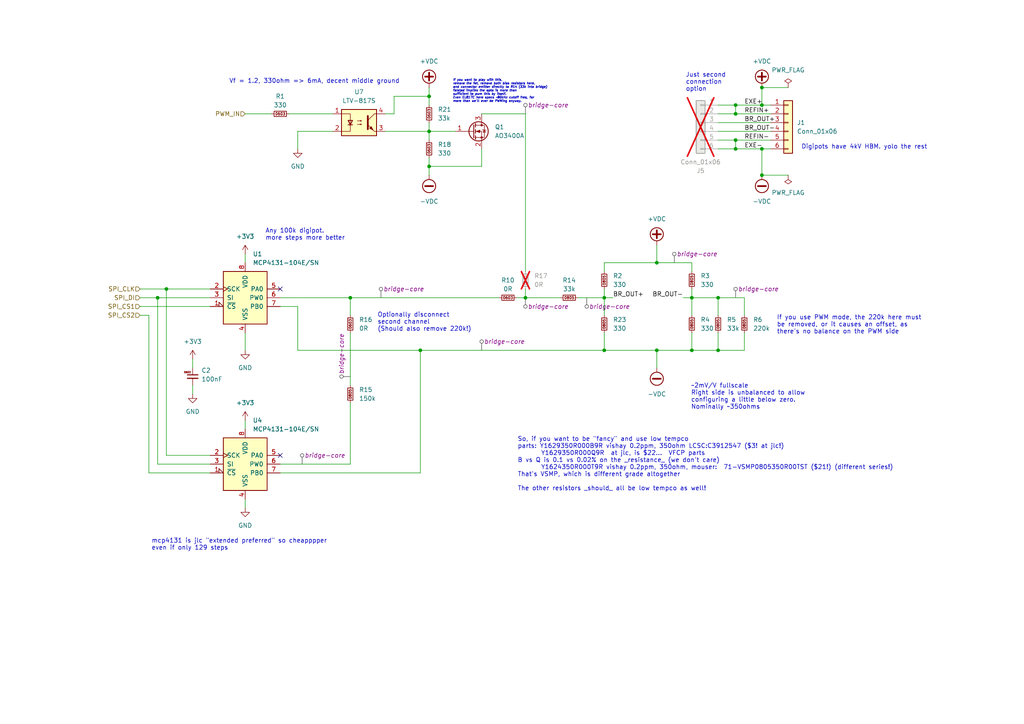
<source format=kicad_sch>
(kicad_sch (version 20231120) (generator "eeschema") (generator_version "8.0")
  (paper "A4")
  (title_block (title "LoadCell Faker") (date "2024-09-30") (rev "1") (comment 1 "Bridge Emulation"))
  (lib_symbols
    (symbol "Connector_Generic:Conn_01x06" (pin_names (offset 1.016) hide)
      (property "Reference" "J" (at 0 7.62 0))
      (property "Value" "Conn_01x06" (at 0 -10.16 0))
      (symbol "Conn_01x06_1_1"
        (rectangle (start -1.27 -7.493) (end 0 -7.747) (stroke (width 0.1524)))
        (rectangle (start -1.27 -4.953) (end 0 -5.207) (stroke (width 0.1524)))
        (rectangle (start -1.27 -2.413) (end 0 -2.667) (stroke (width 0.1524)))
        (rectangle (start -1.27 0.127) (end 0 -0.127) (stroke (width 0.1524)))
        (rectangle (start -1.27 2.667) (end 0 2.413) (stroke (width 0.1524)))
        (rectangle (start -1.27 5.207) (end 0 4.953) (stroke (width 0.1524)))
        (rectangle (start -1.27 6.35) (end 1.27 -8.89) (stroke (width 0.254)) (fill (type background)))
        (pin passive line (at -5.08 5.08 0) (length 3.81) (name "Pin_1") (number "1"))
        (pin passive line (at -5.08 2.54 0) (length 3.81) (name "Pin_2") (number "2"))
        (pin passive line (at -5.08 0 0) (length 3.81) (name "Pin_3") (number "3"))
        (pin passive line (at -5.08 -2.54 0) (length 3.81) (name "Pin_4") (number "4"))
        (pin passive line (at -5.08 -5.08 0) (length 3.81) (name "Pin_5") (number "5"))
        (pin passive line (at -5.08 -7.62 0) (length 3.81) (name "Pin_6") (number "6"))
      )
    )
    (symbol "Isolator:LTV-817S" (pin_names (offset 1.016))
      (property "Reference" "U" (at -3.81 5.08 0))
      (property "Value" "LTV-817S" (at 0 -5.08 0))
      (symbol "LTV-817S_1_1"
        (rectangle (start -5.08 3.81) (end 5.08 -3.81) (stroke (width 0.254)) (fill (type background)))
        (polyline (pts (xy -3.175 -0.635) (xy -1.905 -0.635)) (stroke (width 0.254)))
        (polyline (pts (xy 2.54 0.635) (xy 4.445 2.54)))
        (polyline (pts (xy 4.445 -2.54) (xy 2.54 -0.635)) (fill (type outline)))
        (polyline (pts (xy 4.445 -2.54) (xy 5.08 -2.54)))
        (polyline (pts (xy 4.445 2.54) (xy 5.08 2.54)))
        (polyline (pts (xy -5.08 2.54) (xy -2.54 2.54) (xy -2.54 -0.762)))
        (polyline (pts (xy -2.54 -0.635) (xy -2.54 -2.54) (xy -5.08 -2.54)))
        (polyline (pts (xy 2.54 1.905) (xy 2.54 -1.905) (xy 2.54 -1.905)) (stroke (width 0.508)))
        (polyline (pts (xy -2.54 -0.635) (xy -3.175 0.635) (xy -1.905 0.635) (xy -2.54 -0.635)) (stroke (width 0.254)))
        (polyline (pts (xy -0.508 -0.508) (xy 0.762 -0.508) (xy 0.381 -0.635) (xy 0.381 -0.381) (xy 0.762 -0.508)))
        (polyline (pts (xy -0.508 0.508) (xy 0.762 0.508) (xy 0.381 0.381) (xy 0.381 0.635) (xy 0.762 0.508)))
        (polyline (pts (xy 3.048 -1.651) (xy 3.556 -1.143) (xy 4.064 -2.159) (xy 3.048 -1.651) (xy 3.048 -1.651)) (fill (type outline)))
        (pin passive line (at -7.62 2.54 0) (length 2.54) (name "~") (number "1"))
        (pin passive line (at -7.62 -2.54 0) (length 2.54) (name "~") (number "2"))
        (pin passive line (at 7.62 -2.54 180) (length 2.54) (name "~") (number "3"))
        (pin passive line (at 7.62 2.54 180) (length 2.54) (name "~") (number "4"))
      )
    )
    (symbol "Potentiometer_Digital:MCP41100" (pin_names (offset 1.016))
      (property "Reference" "U" (at -6.35 8.89 0))
      (property "Value" "MCP41100" (at 1.27 8.89 0))
      (symbol "MCP41100_0_1"
        (rectangle (start -6.35 7.62) (end 6.35 -7.62) (stroke (width 0.254)) (fill (type background)))
      )
      (symbol "MCP41100_1_1"
        (pin input input_low (at -10.16 -2.54 0) (length 3.81) (name "~{CS}") (number "1"))
        (pin passive clock (at -10.16 2.54 0) (length 3.81) (name "SCK") (number "2"))
        (pin input line (at -10.16 0 0) (length 3.81) (name "SI") (number "3"))
        (pin power_in line (at 0 -10.16 90) (length 2.54) (name "VSS") (number "4"))
        (pin passive line (at 10.16 2.54 180) (length 3.81) (name "PA0") (number "5"))
        (pin passive line (at 10.16 0 180) (length 3.81) (name "PW0") (number "6"))
        (pin passive line (at 10.16 -2.54 180) (length 3.81) (name "PB0") (number "7"))
        (pin power_in line (at 0 10.16 270) (length 2.54) (name "VDD") (number "8"))
      )
    )
    (symbol "Transistor_FET:AO3400A" (pin_names hide)
      (property "Reference" "Q" (at 5.08 1.905 0))
      (property "Value" "AO3400A" (at 5.08 0 0))
      (symbol "AO3400A_0_1"
        (polyline (pts (xy 0.254 0) (xy -2.54 0)))
        (polyline (pts (xy 0.254 1.905) (xy 0.254 -1.905)) (stroke (width 0.254)))
        (polyline (pts (xy 0.762 -1.27) (xy 0.762 -2.286)) (stroke (width 0.254)))
        (polyline (pts (xy 0.762 0.508) (xy 0.762 -0.508)) (stroke (width 0.254)))
        (polyline (pts (xy 0.762 2.286) (xy 0.762 1.27)) (stroke (width 0.254)))
        (polyline (pts (xy 2.54 2.54) (xy 2.54 1.778)))
        (polyline (pts (xy 2.54 -2.54) (xy 2.54 0) (xy 0.762 0)))
        (polyline (pts (xy 0.762 -1.778) (xy 3.302 -1.778) (xy 3.302 1.778) (xy 0.762 1.778)))
        (polyline (pts (xy 1.016 0) (xy 2.032 0.381) (xy 2.032 -0.381) (xy 1.016 0)) (fill (type outline)))
        (polyline (pts (xy 2.794 0.508) (xy 2.921 0.381) (xy 3.683 0.381) (xy 3.81 0.254)))
        (polyline (pts (xy 3.302 0.381) (xy 2.921 -0.254) (xy 3.683 -0.254) (xy 3.302 0.381)))
        (circle (center 1.651 0) (radius 2.794) (stroke (width 0.254)))
        (circle (center 2.54 -1.778) (radius 0.254) (fill (type outline)))
        (circle (center 2.54 1.778) (radius 0.254) (fill (type outline)))
      )
      (symbol "AO3400A_1_1"
        (pin input line (at -5.08 0 0) (length 2.54) (name "G") (number "1"))
        (pin passive line (at 2.54 -5.08 90) (length 2.54) (name "S") (number "2"))
        (pin passive line (at 2.54 5.08 270) (length 2.54) (name "D") (number "3"))
      )
    )
    (symbol "karl-atomic-basic:KC0603_100nF" (pin_numbers hide) (pin_names (offset 0.254) hide)
      (property "Reference" "C" (at 0.254 1.778 0))
      (property "Value" "100nF" (at 0.254 -2.032 0))
      (symbol "KC0603_100nF_0_1"
        (polyline (pts (xy -1.524 -0.508) (xy 1.524 -0.508)) (stroke (width 0.3302)))
        (polyline (pts (xy -1.524 0.508) (xy 1.524 0.508)) (stroke (width 0.3048)))
      )
      (symbol "KC0603_100nF_1_1"
        (text "0603" (at -1.524 1.27 0) (effects (font (size 0.508 0.508))))
        (pin passive line (at 0 2.54 270) (length 2.032) (name "~") (number "1"))
        (pin passive line (at 0 -2.54 90) (length 2.032) (name "~") (number "2"))
      )
    )
    (symbol "karl-atomic-basic:KR0603_0R" (pin_numbers hide) (pin_names (offset 0.254) hide)
      (property "Reference" "R" (at 0.762 0.508 0))
      (property "Value" "0R" (at 0.762 -1.016 0))
      (symbol "KR0603_0R_0_1"
        (rectangle (start -0.762 1.778) (end 0.762 -1.778) (stroke (width 0.2032)))
      )
      (symbol "KR0603_0R_1_1"
        (text "0603" (at 0 0 900) (effects (font (size 0.762 0.762))))
        (pin passive line (at 0 2.54 270) (length 0.762) (name "~") (number "1"))
        (pin passive line (at 0 -2.54 90) (length 0.762) (name "~") (number "2"))
      )
    )
    (symbol "karl-atomic-basic:KR0603_330R" (pin_numbers hide) (pin_names (offset 0.254) hide)
      (property "Reference" "R" (at 0.762 0.508 0))
      (property "Value" "330" (at 0.762 -1.016 0))
      (symbol "KR0603_330R_0_1"
        (rectangle (start -0.762 1.778) (end 0.762 -1.778) (stroke (width 0.2032)))
      )
      (symbol "KR0603_330R_1_1"
        (text "0603" (at 0 0 900) (effects (font (size 0.762 0.762))))
        (pin passive line (at 0 2.54 270) (length 0.762) (name "~") (number "1"))
        (pin passive line (at 0 -2.54 90) (length 0.762) (name "~") (number "2"))
      )
    )
    (symbol "karl-atomic-basic:KR0603_33k" (pin_numbers hide) (pin_names (offset 0.254) hide)
      (property "Reference" "R" (at 0.762 0.508 0))
      (property "Value" "33k" (at 0.762 -1.016 0))
      (symbol "KR0603_33k_0_1"
        (rectangle (start -0.762 1.778) (end 0.762 -1.778) (stroke (width 0.2032)))
      )
      (symbol "KR0603_33k_1_1"
        (text "0603" (at 0 0 900) (effects (font (size 0.762 0.762))))
        (pin passive line (at 0 2.54 270) (length 0.762) (name "~") (number "1"))
        (pin passive line (at 0 -2.54 90) (length 0.762) (name "~") (number "2"))
      )
    )
    (symbol "karl-atomic-basic:KR0805_150k" (pin_numbers hide) (pin_names (offset 0.254) hide)
      (property "Reference" "R" (at 0.762 0.508 0))
      (property "Value" "150k" (at 0.762 -1.016 0))
      (symbol "KR0805_150k_0_1"
        (rectangle (start -0.762 1.778) (end 0.762 -1.778) (stroke (width 0.2032)))
      )
      (symbol "KR0805_150k_1_1"
        (text "0805" (at 0 0 900) (effects (font (size 0.762 0.762))))
        (pin passive line (at 0 2.54 270) (length 0.762) (name "~") (number "1"))
        (pin passive line (at 0 -2.54 90) (length 0.762) (name "~") (number "2"))
      )
    )
    (symbol "karl-atomic-basic:KR0805_220k" (pin_numbers hide) (pin_names (offset 0.254) hide)
      (property "Reference" "R" (at 0.762 0.508 0))
      (property "Value" "220k" (at 0.762 -1.016 0))
      (symbol "KR0805_220k_0_1"
        (rectangle (start -0.762 1.778) (end 0.762 -1.778) (stroke (width 0.2032)))
      )
      (symbol "KR0805_220k_1_1"
        (text "0805" (at 0 0 900) (effects (font (size 0.762 0.762))))
        (pin passive line (at 0 2.54 270) (length 0.762) (name "~") (number "1"))
        (pin passive line (at 0 -2.54 90) (length 0.762) (name "~") (number "2"))
      )
    )
    (symbol "karl-atomic-basic:KR0805_330R" (pin_numbers hide) (pin_names (offset 0.254) hide)
      (property "Reference" "R" (at 0.762 0.508 0))
      (property "Value" "330" (at 0.762 -1.016 0))
      (symbol "KR0805_330R_0_1"
        (rectangle (start -0.762 1.778) (end 0.762 -1.778) (stroke (width 0.2032)))
      )
      (symbol "KR0805_330R_1_1"
        (text "0805" (at 0 0 900) (effects (font (size 0.762 0.762))))
        (pin passive line (at 0 2.54 270) (length 0.762) (name "~") (number "1"))
        (pin passive line (at 0 -2.54 90) (length 0.762) (name "~") (number "2"))
      )
    )
    (symbol "karl-atomic-basic:KR0805_33k" (pin_numbers hide) (pin_names (offset 0.254) hide)
      (property "Reference" "R" (at 0.762 0.508 0))
      (property "Value" "33k" (at 0.762 -1.016 0))
      (symbol "KR0805_33k_0_1"
        (rectangle (start -0.762 1.778) (end 0.762 -1.778) (stroke (width 0.2032)))
      )
      (symbol "KR0805_33k_1_1"
        (text "0805" (at 0 0 900) (effects (font (size 0.762 0.762))))
        (pin passive line (at 0 2.54 270) (length 0.762) (name "~") (number "1"))
        (pin passive line (at 0 -2.54 90) (length 0.762) (name "~") (number "2"))
      )
    )
    (symbol "power:+3V3" (power) (pin_numbers hide) (pin_names (offset 0) hide)
      (property "Value" "+3V3" (at 0 3.556 0))
      (symbol "+3V3_0_1"
        (polyline (pts (xy -0.762 1.27) (xy 0 2.54)))
        (polyline (pts (xy 0 0) (xy 0 2.54)))
        (polyline (pts (xy 0 2.54) (xy 0.762 1.27)))
      )
      (symbol "+3V3_1_1"
        (pin power_in line (at 0 0 90) (length 0) (name "~") (number "1"))
      )
    )
    (symbol "power:+VDC" (power) (pin_numbers hide) (pin_names (offset 0) hide)
      (property "Value" "+VDC" (at 0 6.35 0))
      (symbol "+VDC_0_1"
        (polyline (pts (xy -1.143 3.175) (xy 1.143 3.175)) (stroke (width 0.508)))
        (polyline (pts (xy 0 0) (xy 0 1.27)))
        (polyline (pts (xy 0 2.032) (xy 0 4.318)) (stroke (width 0.508)))
        (circle (center 0 3.175) (radius 1.905) (stroke (width 0.254)))
      )
      (symbol "+VDC_1_1"
        (pin power_in line (at 0 0 90) (length 0) (name "~") (number "1"))
      )
    )
    (symbol "power:-VDC" (power) (pin_numbers hide) (pin_names (offset 0) hide)
      (property "Value" "-VDC" (at 0 6.35 0))
      (symbol "-VDC_0_1"
        (polyline (pts (xy -1.143 3.175) (xy 1.143 3.175)) (stroke (width 0.508)))
        (polyline (pts (xy 0 0) (xy 0 1.27)))
        (circle (center 0 3.175) (radius 1.905) (stroke (width 0.254)))
      )
      (symbol "-VDC_1_1"
        (pin power_in line (at 0 0 90) (length 0) (name "~") (number "1"))
      )
    )
    (symbol "power:GND" (power) (pin_numbers hide) (pin_names (offset 0) hide)
      (property "Value" "GND" (at 0 -3.81 0))
      (symbol "GND_0_1"
        (polyline (pts (xy 0 0) (xy 0 -1.27) (xy 1.27 -1.27) (xy 0 -2.54) (xy -1.27 -1.27) (xy 0 -1.27)))
      )
      (symbol "GND_1_1"
        (pin power_in line (at 0 0 270) (length 0) (name "~") (number "1"))
      )
    )
    (symbol "power:PWR_FLAG" (power) (pin_numbers hide) (pin_names (offset 0) hide)
      (property "Value" "PWR_FLAG" (at 0 3.81 0))
      (symbol "PWR_FLAG_0_0"
        (pin power_out line (at 0 0 90) (length 0) (name "~") (number "1"))
      )
      (symbol "PWR_FLAG_0_1"
        (polyline (pts (xy 0 0) (xy 0 1.27) (xy -1.016 1.905) (xy 0 2.54) (xy 1.016 1.905) (xy 0 1.27)))
      )
    )
  )
  (junction (at 190.5 76.2))
  (junction (at 208.28 101.6))
  (junction (at 220.98 25.4))
  (junction (at 48.26 83.82))
  (junction (at 200.66 101.6))
  (junction (at 45.72 86.36))
  (junction (at 220.98 50.8))
  (junction (at 200.66 86.36))
  (junction (at 208.28 86.36))
  (junction (at 175.26 101.6))
  (junction (at 124.46 27.94))
  (junction (at 213.36 30.48))
  (junction (at 124.46 48.26))
  (junction (at 152.4 86.36))
  (junction (at 213.36 43.18))
  (junction (at 220.98 43.18))
  (junction (at 175.26 86.36))
  (junction (at 213.36 33.02))
  (junction (at 124.46 38.1))
  (junction (at 220.98 30.48))
  (junction (at 121.92 101.6))
  (junction (at 101.6 86.36))
  (junction (at 190.5 101.6))
  (junction (at 213.36 40.64))
  (no_connect (at 81.28 83.82))
  (no_connect (at 81.28 132.08))
  (wire (pts (xy 208.28 38.1) (xy 223.52 38.1)))
  (wire (pts (xy 208.28 30.48) (xy 213.36 30.48)))
  (wire (pts (xy 55.88 114.3) (xy 55.88 111.76)))
  (wire (pts (xy 60.96 137.16) (xy 43.18 137.16)))
  (wire (pts (xy 139.7 48.26) (xy 124.46 48.26)))
  (wire (pts (xy 81.28 137.16) (xy 121.92 137.16)))
  (wire (pts (xy 177.8 86.36) (xy 175.26 86.36)))
  (wire (pts (xy 124.46 30.48) (xy 124.46 27.94)))
  (wire (pts (xy 48.26 132.08) (xy 48.26 83.82)))
  (wire (pts (xy 48.26 83.82) (xy 60.96 83.82)))
  (wire (pts (xy 71.12 144.78) (xy 71.12 147.32)))
  (wire (pts (xy 200.66 76.2) (xy 190.5 76.2)))
  (wire (pts (xy 86.36 88.9) (xy 86.36 101.6)))
  (wire (pts (xy 40.64 83.82) (xy 48.26 83.82)))
  (wire (pts (xy 71.12 76.2) (xy 71.12 73.66)))
  (wire (pts (xy 149.86 86.36) (xy 152.4 86.36)))
  (wire (pts (xy 124.46 45.72) (xy 124.46 48.26)))
  (wire (pts (xy 101.6 86.36) (xy 144.78 86.36)))
  (wire (pts (xy 220.98 25.4) (xy 228.6 25.4)))
  (wire (pts (xy 213.36 43.18) (xy 220.98 43.18)))
  (wire (pts (xy 175.26 86.36) (xy 175.26 91.44)))
  (wire (pts (xy 200.66 86.36) (xy 208.28 86.36)))
  (wire (pts (xy 190.5 71.12) (xy 190.5 76.2)))
  (wire (pts (xy 190.5 101.6) (xy 200.66 101.6)))
  (wire (pts (xy 45.72 134.62) (xy 45.72 86.36)))
  (wire (pts (xy 208.28 91.44) (xy 208.28 86.36)))
  (wire (pts (xy 139.7 43.18) (xy 139.7 48.26)))
  (wire (pts (xy 71.12 121.92) (xy 71.12 124.46)))
  (wire (pts (xy 86.36 38.1) (xy 86.36 43.18)))
  (wire (pts (xy 121.92 137.16) (xy 121.92 101.6)))
  (wire (pts (xy 55.88 104.14) (xy 55.88 106.68)))
  (wire (pts (xy 45.72 86.36) (xy 60.96 86.36)))
  (wire (pts (xy 114.3 33.02) (xy 114.3 27.94)))
  (wire (pts (xy 60.96 132.08) (xy 48.26 132.08)))
  (wire (pts (xy 208.28 40.64) (xy 213.36 40.64)))
  (wire (pts (xy 208.28 35.56) (xy 223.52 35.56)))
  (wire (pts (xy 220.98 25.4) (xy 220.98 30.48)))
  (wire (pts (xy 124.46 48.26) (xy 124.46 50.8)))
  (wire (pts (xy 213.36 40.64) (xy 223.52 40.64)))
  (wire (pts (xy 213.36 40.64) (xy 213.36 43.18)))
  (wire (pts (xy 190.5 101.6) (xy 190.5 106.68)))
  (wire (pts (xy 220.98 50.8) (xy 228.6 50.8)))
  (wire (pts (xy 124.46 38.1) (xy 124.46 40.64)))
  (wire (pts (xy 208.28 33.02) (xy 213.36 33.02)))
  (wire (pts (xy 81.28 86.36) (xy 101.6 86.36)))
  (wire (pts (xy 213.36 30.48) (xy 220.98 30.48)))
  (wire (pts (xy 86.36 101.6) (xy 121.92 101.6)))
  (wire (pts (xy 83.82 33.02) (xy 96.52 33.02)))
  (wire (pts (xy 71.12 96.52) (xy 71.12 101.6)))
  (wire (pts (xy 40.64 86.36) (xy 45.72 86.36)))
  (wire (pts (xy 81.28 88.9) (xy 86.36 88.9)))
  (wire (pts (xy 208.28 101.6) (xy 200.66 101.6)))
  (wire (pts (xy 220.98 43.18) (xy 220.98 50.8)))
  (wire (pts (xy 215.9 91.44) (xy 215.9 86.36)))
  (wire (pts (xy 124.46 38.1) (xy 132.08 38.1)))
  (wire (pts (xy 124.46 27.94) (xy 124.46 25.4)))
  (wire (pts (xy 198.12 86.36) (xy 200.66 86.36)))
  (wire (pts (xy 167.64 86.36) (xy 175.26 86.36)))
  (wire (pts (xy 175.26 101.6) (xy 190.5 101.6)))
  (wire (pts (xy 114.3 27.94) (xy 124.46 27.94)))
  (wire (pts (xy 200.66 86.36) (xy 200.66 91.44)))
  (wire (pts (xy 175.26 86.36) (xy 175.26 83.82)))
  (wire (pts (xy 208.28 86.36) (xy 215.9 86.36)))
  (wire (pts (xy 208.28 43.18) (xy 213.36 43.18)))
  (wire (pts (xy 175.26 78.74) (xy 175.26 76.2)))
  (wire (pts (xy 213.36 33.02) (xy 223.52 33.02)))
  (wire (pts (xy 208.28 96.52) (xy 208.28 101.6)))
  (wire (pts (xy 175.26 76.2) (xy 190.5 76.2)))
  (wire (pts (xy 40.64 88.9) (xy 60.96 88.9)))
  (wire (pts (xy 81.28 134.62) (xy 101.6 134.62)))
  (wire (pts (xy 220.98 43.18) (xy 223.52 43.18)))
  (wire (pts (xy 111.76 33.02) (xy 114.3 33.02)))
  (wire (pts (xy 200.66 83.82) (xy 200.66 86.36)))
  (wire (pts (xy 101.6 86.36) (xy 101.6 91.44)))
  (wire (pts (xy 220.98 30.48) (xy 223.52 30.48)))
  (wire (pts (xy 200.66 101.6) (xy 200.66 96.52)))
  (wire (pts (xy 111.76 38.1) (xy 124.46 38.1)))
  (wire (pts (xy 40.64 91.44) (xy 43.18 91.44)))
  (wire (pts (xy 213.36 30.48) (xy 213.36 33.02)))
  (wire (pts (xy 101.6 116.84) (xy 101.6 134.62)))
  (wire (pts (xy 96.52 38.1) (xy 86.36 38.1)))
  (wire (pts (xy 215.9 101.6) (xy 208.28 101.6)))
  (wire (pts (xy 152.4 86.36) (xy 162.56 86.36)))
  (wire (pts (xy 152.4 33.02) (xy 152.4 78.74)))
  (wire (pts (xy 124.46 35.56) (xy 124.46 38.1)))
  (wire (pts (xy 71.12 33.02) (xy 78.74 33.02)))
  (wire (pts (xy 152.4 83.82) (xy 152.4 86.36)))
  (wire (pts (xy 60.96 134.62) (xy 45.72 134.62)))
  (wire (pts (xy 101.6 96.52) (xy 101.6 111.76)))
  (wire (pts (xy 175.26 96.52) (xy 175.26 101.6)))
  (wire (pts (xy 200.66 78.74) (xy 200.66 76.2)))
  (wire (pts (xy 215.9 96.52) (xy 215.9 101.6)))
  (wire (pts (xy 139.7 33.02) (xy 152.4 33.02)))
  (wire (pts (xy 121.92 101.6) (xy 175.26 101.6)))
  (wire (pts (xy 43.18 137.16) (xy 43.18 91.44)))
  (text "If you use PWM mode, the 220k here must\nbe removed, or it causes an offset, as\nthere's no balance on the PWM side" (at 225.298 94.234 0) (effects (font (size 1.27 1.27)) (justify left)))
  (text "Just second\nconnection\noption" (at 198.882 23.876 0) (effects (font (size 1.27 1.27)) (justify left)))
  (text "Digipots have 4kV HBM. yolo the rest" (at 250.698 42.672 0) (effects (font (size 1.27 1.27))))
  (text "Optionally disconnect\nsecond channel\n(Should also remove 220k!)" (at 109.474 93.472 0) (effects (font (size 1.27 1.27)) (justify left)))
  (text "So, if you want to be \"fancy\" and use low tempco\nparts: Y1629350R000B9R vishay 0.2ppm, 350ohm LCSC:C3912547 ($3! at jlc!)\n       Y1629350R000Q9R  at jlc, is $22...  VFCP parts\nB vs Q is 0.1 vs 0.02% on the _resistance_ (we don't care)\n       Y1624350R000T9R vishay 0.2ppm, 350ohm, mouser:  71-VSMP0805350R00TST ($21!) (different series!)	\nThat's VSMP, which is different grade altogether		\n\nThe other resistors _should_ all be low tempco as well!" (at 150.114 134.62 0) (effects (font (size 1.27 1.27)) (justify left)))
  (text "~2mV/V fullscale\nRight side is unbalanced to allow\nconfiguring a little below zero.\nNominally ~350ohms" (at 200.406 115.062 0) (effects (font (size 1.27 1.27)) (justify left)))
  (text "mcp4131 is jlc \"extended preferred\" so cheapppper\neven if only 129 steps" (at 43.942 157.988 0) (effects (font (size 1.27 1.27)) (justify left)))
  (text "Vf = 1.2, 330ohm => 6mA, decent middle ground" (at 91.186 23.622 0) (effects (font (size 1.27 1.27))))
  (text "If you want to play with this,\nremove the fet, remove both bias resistors here,\nand connector emitter directly to R14 (33k into bridge)\nfalstad implies the opto is more than\nsufficient to pwm this by itself.\nEven EL817C here specs ~80kHz cutoff freq, far\nmore than we'll ever be PWMing anyway." (at 131.318 26.416 0) (effects (font (size 0.635 0.635) (italic yes)) (justify left)))
  (text "Any 100k digipot.\nmore steps more better" (at 76.962 68.072 0) (effects (font (size 1.27 1.27)) (justify left)))
  (label "BR_OUT+" (at 215.9 35.56 0))
  (label "REFIN-" (at 215.9 40.64 0))
  (label "REFIN+" (at 215.9 33.02 0))
  (label "BR_OUT+" (at 177.8 86.36 0))
  (label "BR_OUT-" (at 215.9 38.1 0))
  (label "EXE+" (at 215.9 30.48 0))
  (label "BR_OUT-" (at 198.12 86.36 180))
  (label "EXE-" (at 215.9 43.18 0))
  (hierarchical_label "SPI_CS2" (shape input) (at 40.64 91.44 180))
  (hierarchical_label "PWM_IN" (shape input) (at 71.12 33.02 180))
  (hierarchical_label "SPI_DI" (shape input) (at 40.64 86.36 180))
  (hierarchical_label "SPI_CLK" (shape input) (at 40.64 83.82 180))
  (hierarchical_label "SPI_CS1" (shape input) (at 40.64 88.9 180))
  (netclass_flag "" (length 2.54) (shape round) (at 152.4 86.36 180) (property "Netclass" "bridge-core" (at 153.0985 88.9 0) (effects (font (italic yes)) (justify left))))
  (netclass_flag "" (length 2.54) (shape round) (at 110.49 86.36 0) (property "Netclass" "bridge-core" (at 111.1885 83.82 0) (effects (font (italic yes)) (justify left))))
  (netclass_flag "" (length 2.54) (shape round) (at 213.36 86.36 0) (property "Netclass" "bridge-core" (at 214.0585 83.82 0) (effects (font (italic yes)) (justify left))))
  (netclass_flag "" (length 2.54) (shape round) (at 87.63 134.62 0) (property "Netclass" "bridge-core" (at 88.3285 132.08 0) (effects (font (italic yes)) (justify left))))
  (netclass_flag "" (length 2.54) (shape round) (at 101.6 109.22 90) (property "Netclass" "bridge-core" (at 99.06 108.5215 90) (effects (font (italic yes)) (justify left))))
  (netclass_flag "" (length 2.54) (shape round) (at 170.18 86.36 180) (property "Netclass" "bridge-core" (at 170.8785 88.9 0) (effects (font (italic yes)) (justify left))))
  (netclass_flag "" (length 2.54) (shape round) (at 195.58 76.2 0) (property "Netclass" "bridge-core" (at 196.2785 73.66 0) (effects (font (italic yes)) (justify left))))
  (netclass_flag "" (length 2.54) (shape round) (at 139.7 101.6 0) (property "Netclass" "bridge-core" (at 140.3985 99.06 0) (effects (font (italic yes)) (justify left))))
  (netclass_flag "" (length 2.54) (shape round) (at 152.4 33.02 0) (property "Netclass" "bridge-core" (at 153.0985 30.48 0) (effects (font (italic yes)) (justify left))))
  (symbol (lib_id "power:+VDC") (at 220.98 25.4 0) (unit 1)
    (property "Reference" "#PWR05" (effects (hide yes)))
    (property "Value" "+VDC" (at 220.98 17.78 0))
    (property "Description" "Power symbol creates a global label with name \"+VDC\"" (effects (hide yes)))
  )
  (symbol (lib_id "Isolator:LTV-817S") (at 104.14 35.56 0) (unit 1)
    (property "Reference" "U7" (at 104.14 26.67 0))
    (property "Value" "LTV-817S" (at 104.14 29.21 0))
    (property "Footprint" "Package_DIP:SMDIP-4_W9.53mm" (effects (hide yes)))
    (property "Datasheet" "http://www.us.liteon.com/downloads/LTV-817-827-847.PDF" (effects (hide yes)))
    (property "Description" "DC Optocoupler, Vce 35V, CTR 50%, SMDIP-4" (effects (hide yes)))
    (property "MPN" "EL817S1(C)(TU)-F" (effects (hide yes)))
    (property "jlcbasic" "basic" (effects (hide yes)))
    (property "LCSC Part #" "C106900 " (effects (hide yes)))
  )
  (symbol (lib_id "karl-atomic-basic:KR0805_330R") (at 175.26 93.98 0) (unit 1)
    (property "Reference" "R23" (at 177.8 92.7099 0) (effects (justify left)))
    (property "Value" "330" (at 177.8 95.2499 0) (effects (justify left)))
    (property "Footprint" "Resistor_SMD:R_0805_2012Metric" (effects (hide yes)))
    (property "Description" "Resistor, 0805" (effects (hide yes)))
    (property "MPN" "0805W8F3300T5E" (effects (hide yes)))
    (property "LCSC Part #" "C17630" (effects (hide yes)))
  )
  (symbol (lib_id "power:GND") (at 86.36 43.18 0) (unit 1)
    (property "Reference" "#PWR048" (effects (hide yes)))
    (property "Value" "GND" (at 86.36 48.26 0))
    (property "Description" "Power symbol creates a global label with name \"GND\" , ground" (effects (hide yes)))
  )
  (symbol (lib_id "power:+3V3") (at 55.88 104.14 0) (unit 1)
    (property "Reference" "#PWR035" (effects (hide yes)))
    (property "Value" "+3V3" (at 55.88 99.06 0))
    (property "Description" "Power symbol creates a global label with name \"+3V3\"" (effects (hide yes)))
  )
  (symbol (lib_id "karl-atomic-basic:KR0805_33k") (at 208.28 93.98 0) (unit 1)
    (property "Reference" "R5" (at 210.82 92.7099 0) (effects (justify left)))
    (property "Value" "33k" (at 210.82 95.2499 0) (effects (justify left)))
    (property "Footprint" "Resistor_SMD:R_0805_2012Metric" (effects (hide yes)))
    (property "Description" "Resistor, 0805" (effects (hide yes)))
    (property "MPN" "0805W8F3302T5E" (effects (hide yes)))
    (property "LCSC Part #" "C17633" (effects (hide yes)))
  )
  (symbol (lib_id "power:-VDC") (at 124.46 50.8 180) (unit 1)
    (property "Reference" "#PWR047" (effects (hide yes)))
    (property "Value" "-VDC" (at 124.46 58.42 0))
    (property "Description" "Power symbol creates a global label with name \"-VDC\"" (effects (hide yes)))
  )
  (symbol (lib_id "karl-atomic-basic:KR0603_33k") (at 124.46 33.02 0) (unit 1)
    (property "Reference" "R21" (at 127 31.7499 0) (effects (justify left)))
    (property "Value" "33k" (at 127 34.2899 0) (effects (justify left)))
    (property "Footprint" "Resistor_SMD:R_0603_1608Metric" (effects (hide yes)))
    (property "Description" "Resistor, 0603" (effects (hide yes)))
    (property "MPN" "0603WAF3302T5E" (effects (hide yes)))
    (property "LCSC Part #" "C4216" (effects (hide yes)))
  )
  (symbol (lib_id "karl-atomic-basic:KR0805_33k") (at 165.1 86.36 90) (unit 1)
    (property "Reference" "R14" (at 165.1 81.28 90))
    (property "Value" "33k" (at 165.1 83.82 90))
    (property "Footprint" "Resistor_SMD:R_0805_2012Metric" (effects (hide yes)))
    (property "Description" "Resistor, 0805" (effects (hide yes)))
    (property "MPN" "0805W8F3302T5E" (effects (hide yes)))
    (property "LCSC Part #" "C17633" (effects (hide yes)))
  )
  (symbol (lib_id "Transistor_FET:AO3400A") (at 137.16 38.1 0) (unit 1)
    (property "Reference" "Q1" (at 143.51 36.8299 0) (effects (justify left)))
    (property "Value" "AO3400A" (at 143.51 39.3699 0) (effects (justify left)))
    (property "Footprint" "Package_TO_SOT_SMD:SOT-23" (effects (hide yes)))
    (property "Datasheet" "http://www.aosmd.com/pdfs/datasheet/AO3400A.pdf" (effects (hide yes)))
    (property "Description" "30V Vds, 5.7A Id, N-Channel MOSFET, SOT-23" (effects (hide yes)))
    (property "jlcbasic" "basic" (effects (hide yes)))
    (property "LCSC Part #" "C20917" (effects (hide yes)))
  )
  (symbol (lib_id "Potentiometer_Digital:MCP41100") (at 71.12 86.36 0) (unit 1)
    (property "Reference" "U1" (at 73.3141 73.66 0) (effects (justify left)))
    (property "Value" "MCP4131-104E/SN" (at 73.3141 76.2 0) (effects (justify left)))
    (property "Footprint" "Package_SO:SOIC-8_3.9x4.9mm_P1.27mm" (effects (hide yes)))
    (property "Datasheet" "http://ww1.microchip.com/downloads/en/DeviceDoc/11195c.pdf" (effects (hide yes)))
    (property "Description" "Single Digital Potentiometer, SPI interface, 256 taps, 100 kohm" (effects (hide yes)))
    (property "jlcbasic" "preferred" (effects (hide yes)))
    (property "MPN" "MCP4131-104E/SN" (effects (hide yes)))
    (property "LCSC Part #" "C636034" (effects (hide yes)))
  )
  (symbol (lib_id "power:-VDC") (at 190.5 106.68 180) (unit 1)
    (property "Reference" "#PWR04" (effects (hide yes)))
    (property "Value" "-VDC" (at 190.5 114.3 0))
    (property "Description" "Power symbol creates a global label with name \"-VDC\"" (effects (hide yes)))
  )
  (symbol (lib_id "karl-atomic-basic:KR0805_330R") (at 175.26 81.28 0) (unit 1)
    (property "Reference" "R2" (at 177.8 80.0099 0) (effects (justify left)))
    (property "Value" "330" (at 177.8 82.5499 0) (effects (justify left)))
    (property "Footprint" "Resistor_SMD:R_0805_2012Metric" (effects (hide yes)))
    (property "Description" "Resistor, 0805" (effects (hide yes)))
    (property "MPN" "0805W8F3300T5E" (effects (hide yes)))
    (property "LCSC Part #" "C17630" (effects (hide yes)))
  )
  (symbol (lib_id "karl-atomic-basic:KR0603_0R") (at 147.32 86.36 90) (unit 1)
    (property "Reference" "R10" (at 147.32 81.28 90))
    (property "Value" "0R" (at 147.32 83.82 90))
    (property "Footprint" "Resistor_SMD:R_0603_1608Metric" (effects (hide yes)))
    (property "Description" "Resistor, 0603" (effects (hide yes)))
    (property "MPN" "0603WAF0000T5E" (effects (hide yes)))
    (property "LCSC Part #" "C21189" (effects (hide yes)))
  )
  (symbol (lib_id "power:+3V3") (at 71.12 121.92 0) (unit 1)
    (property "Reference" "#PWR01" (effects (hide yes)))
    (property "Value" "+3V3" (at 71.12 116.84 0))
    (property "Description" "Power symbol creates a global label with name \"+3V3\"" (effects (hide yes)))
  )
  (symbol (lib_id "power:PWR_FLAG") (at 228.6 50.8 180) (unit 1)
    (property "Reference" "#FLG04" (effects (hide yes)))
    (property "Value" "PWR_FLAG" (at 228.6 55.88 0))
    (property "Description" "Special symbol for telling ERC where power comes from" (effects (hide yes)))
  )
  (symbol (lib_id "karl-atomic-basic:KR0805_150k") (at 101.6 114.3 0) (unit 1)
    (property "Reference" "R15" (at 104.14 113.0299 0) (effects (justify left)))
    (property "Value" "150k" (at 104.14 115.5699 0) (effects (justify left)))
    (property "Footprint" "Resistor_SMD:R_0805_2012Metric" (effects (hide yes)))
    (property "Description" "Resistor, 0805" (effects (hide yes)))
    (property "MPN" "0805W8F1503T5E" (effects (hide yes)))
    (property "LCSC Part #" "C17470" (effects (hide yes)))
  )
  (symbol (lib_id "karl-atomic-basic:KC0603_100nF") (at 55.88 109.22 0) (unit 1)
    (property "Reference" "C2" (at 58.42 107.4471 0) (effects (justify left)))
    (property "Value" "100nF" (at 58.42 109.9871 0) (effects (justify left)))
    (property "Footprint" "Capacitor_SMD:C_0603_1608Metric" (effects (hide yes)))
    (property "Description" "50V, X7R" (effects (hide yes)))
    (property "MPN" "CC0603KRX7R9BB104" (effects (hide yes)))
    (property "LCSC Part #" "C14663" (effects (hide yes)))
  )
  (symbol (lib_id "karl-atomic-basic:KR0603_0R") (at 152.4 81.28 180) (unit 1) (dnp yes)
    (property "Reference" "R17" (at 154.94 80.0099 0) (effects (justify right)))
    (property "Value" "0R" (at 154.94 82.5499 0) (effects (justify right)))
    (property "Footprint" "Resistor_SMD:R_0603_1608Metric" (effects (hide yes)))
    (property "Description" "Resistor, 0603" (effects (hide yes)))
    (property "MPN" "0603WAF0000T5E" (effects (hide yes)))
    (property "LCSC Part #" "C21189" (effects (hide yes)))
  )
  (symbol (lib_id "karl-atomic-basic:KR0805_330R") (at 200.66 81.28 0) (unit 1)
    (property "Reference" "R3" (at 203.2 80.0099 0) (effects (justify left)))
    (property "Value" "330" (at 203.2 82.5499 0) (effects (justify left)))
    (property "Footprint" "Resistor_SMD:R_0805_2012Metric" (effects (hide yes)))
    (property "Description" "Resistor, 0805" (effects (hide yes)))
    (property "MPN" "0805W8F3300T5E" (effects (hide yes)))
    (property "LCSC Part #" "C17630" (effects (hide yes)))
  )
  (symbol (lib_id "power:+3V3") (at 71.12 73.66 0) (unit 1)
    (property "Reference" "#PWR034" (effects (hide yes)))
    (property "Value" "+3V3" (at 71.12 68.58 0))
    (property "Description" "Power symbol creates a global label with name \"+3V3\"" (effects (hide yes)))
  )
  (symbol (lib_id "karl-atomic-basic:KR0805_330R") (at 200.66 93.98 0) (unit 1)
    (property "Reference" "R4" (at 203.2 92.7099 0) (effects (justify left)))
    (property "Value" "330" (at 203.2 95.2499 0) (effects (justify left)))
    (property "Footprint" "Resistor_SMD:R_0805_2012Metric" (effects (hide yes)))
    (property "Description" "Resistor, 0805" (effects (hide yes)))
    (property "MPN" "0805W8F3300T5E" (effects (hide yes)))
    (property "LCSC Part #" "C17630" (effects (hide yes)))
  )
  (symbol (lib_id "karl-atomic-basic:KR0603_330R") (at 124.46 43.18 180) (unit 1)
    (property "Reference" "R18" (at 127 41.9099 0) (effects (justify right)))
    (property "Value" "330" (at 127 44.4499 0) (effects (justify right)))
    (property "Footprint" "Resistor_SMD:R_0603_1608Metric" (effects (hide yes)))
    (property "Description" "Resistor, 0603" (effects (hide yes)))
    (property "MPN" "0603WAF3300T5E" (effects (hide yes)))
    (property "LCSC Part #" "C23138" (effects (hide yes)))
  )
  (symbol (lib_id "Connector_Generic:Conn_01x06") (at 203.2 35.56 0) (mirror y) (unit 1) (dnp yes)
    (property "Reference" "J5" (at 203.2 49.53 0))
    (property "Value" "Conn_01x06" (at 203.2 46.99 0))
    (property "Footprint" "Connector_PinHeader_2.54mm:PinHeader_1x06_P2.54mm_Vertical" (effects (hide yes)))
    (property "Description" "Generic connector, single row, 01x06, script generated (kicad-library-utils/schlib/autogen/connector/)" (effects (hide yes)))
  )
  (symbol (lib_id "karl-atomic-basic:KR0603_330R") (at 81.28 33.02 90) (unit 1)
    (property "Reference" "R1" (at 81.28 27.94 90))
    (property "Value" "330" (at 81.28 30.48 90))
    (property "Footprint" "Resistor_SMD:R_0603_1608Metric" (effects (hide yes)))
    (property "Description" "Resistor, 0603" (effects (hide yes)))
    (property "MPN" "0603WAF3300T5E" (effects (hide yes)))
    (property "LCSC Part #" "C23138" (effects (hide yes)))
  )
  (symbol (lib_id "Potentiometer_Digital:MCP41100") (at 71.12 134.62 0) (unit 1)
    (property "Reference" "U4" (at 73.3141 121.92 0) (effects (justify left)))
    (property "Value" "MCP4131-104E/SN" (at 73.3141 124.46 0) (effects (justify left)))
    (property "Footprint" "Package_SO:SOIC-8_3.9x4.9mm_P1.27mm" (effects (hide yes)))
    (property "Datasheet" "http://ww1.microchip.com/downloads/en/DeviceDoc/11195c.pdf" (effects (hide yes)))
    (property "Description" "Single Digital Potentiometer, SPI interface, 256 taps, 100 kohm" (effects (hide yes)))
    (property "jlcbasic" "preferred" (effects (hide yes)))
    (property "MPN" "MCP4131-104E/SN" (effects (hide yes)))
    (property "LCSC Part #" "C636034" (effects (hide yes)))
  )
  (symbol (lib_id "power:-VDC") (at 220.98 50.8 180) (unit 1)
    (property "Reference" "#PWR06" (effects (hide yes)))
    (property "Value" "-VDC" (at 220.98 58.42 0))
    (property "Description" "Power symbol creates a global label with name \"-VDC\"" (effects (hide yes)))
  )
  (symbol (lib_id "Connector_Generic:Conn_01x06") (at 228.6 35.56 0) (unit 1)
    (property "Reference" "J1" (at 231.14 35.5599 0) (effects (justify left)))
    (property "Value" "Conn_01x06" (at 231.14 38.0999 0) (effects (justify left)))
    (property "Footprint" "Connector_Phoenix_MC:PhoenixContact_MC_1,5_6-G-3.81_1x06_P3.81mm_Horizontal" (effects (hide yes)))
    (property "Description" "Generic connector, single row, 01x06, script generated (kicad-library-utils/schlib/autogen/connector/)" (effects (hide yes)))
    (property "MPN" "JL15EDGRC-38106G01" (effects (hide yes)))
    (property "LCSC Part #" "C387811" (effects (hide yes)))
  )
  (symbol (lib_id "power:GND") (at 71.12 147.32 0) (unit 1)
    (property "Reference" "#PWR041" (effects (hide yes)))
    (property "Value" "GND" (at 71.12 152.4 0))
    (property "Description" "Power symbol creates a global label with name \"GND\" , ground" (effects (hide yes)))
  )
  (symbol (lib_id "power:GND") (at 71.12 101.6 0) (unit 1)
    (property "Reference" "#PWR02" (effects (hide yes)))
    (property "Value" "GND" (at 71.12 106.68 0))
    (property "Description" "Power symbol creates a global label with name \"GND\" , ground" (effects (hide yes)))
  )
  (symbol (lib_id "power:+VDC") (at 190.5 71.12 0) (unit 1)
    (property "Reference" "#PWR03" (effects (hide yes)))
    (property "Value" "+VDC" (at 190.5 63.5 0))
    (property "Description" "Power symbol creates a global label with name \"+VDC\"" (effects (hide yes)))
  )
  (symbol (lib_id "karl-atomic-basic:KR0603_0R") (at 101.6 93.98 180) (unit 1)
    (property "Reference" "R16" (at 104.14 92.7099 0) (effects (justify right)))
    (property "Value" "0R" (at 104.14 95.2499 0) (effects (justify right)))
    (property "Footprint" "Resistor_SMD:R_0603_1608Metric" (effects (hide yes)))
    (property "Description" "Resistor, 0603" (effects (hide yes)))
    (property "MPN" "0603WAF0000T5E" (effects (hide yes)))
    (property "LCSC Part #" "C21189" (effects (hide yes)))
  )
  (symbol (lib_id "power:+VDC") (at 124.46 25.4 0) (unit 1)
    (property "Reference" "#PWR046" (effects (hide yes)))
    (property "Value" "+VDC" (at 124.46 17.78 0))
    (property "Description" "Power symbol creates a global label with name \"+VDC\"" (effects (hide yes)))
  )
  (symbol (lib_id "power:PWR_FLAG") (at 228.6 25.4 0) (unit 1)
    (property "Reference" "#FLG03" (effects (hide yes)))
    (property "Value" "PWR_FLAG" (at 228.6 20.32 0))
    (property "Description" "Special symbol for telling ERC where power comes from" (effects (hide yes)))
  )
  (symbol (lib_id "power:GND") (at 55.88 114.3 0) (unit 1)
    (property "Reference" "#PWR044" (effects (hide yes)))
    (property "Value" "GND" (at 55.88 119.38 0))
    (property "Description" "Power symbol creates a global label with name \"GND\" , ground" (effects (hide yes)))
  )
  (symbol (lib_id "karl-atomic-basic:KR0805_220k") (at 215.9 93.98 0) (unit 1)
    (property "Reference" "R6" (at 218.44 92.7099 0) (effects (justify left)))
    (property "Value" "220k" (at 218.44 95.2499 0) (effects (justify left)))
    (property "Footprint" "Resistor_SMD:R_0805_2012Metric" (effects (hide yes)))
    (property "Description" "Resistor, 0805" (effects (hide yes)))
    (property "MPN" "0805W8F2203T5E" (effects (hide yes)))
    (property "LCSC Part #" "C17556" (effects (hide yes)))
  )
)
</source>
